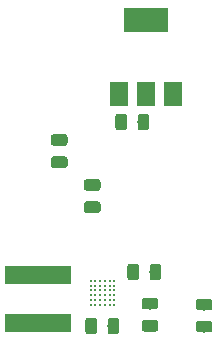
<source format=gbr>
G04 #@! TF.GenerationSoftware,KiCad,Pcbnew,5.1.1-8be2ce7~80~ubuntu18.10.1*
G04 #@! TF.CreationDate,2019-05-27T00:45:37+08:00*
G04 #@! TF.ProjectId,tas2562_dev_pcb,74617332-3536-4325-9f64-65765f706362,rev?*
G04 #@! TF.SameCoordinates,Original*
G04 #@! TF.FileFunction,Paste,Top*
G04 #@! TF.FilePolarity,Positive*
%FSLAX46Y46*%
G04 Gerber Fmt 4.6, Leading zero omitted, Abs format (unit mm)*
G04 Created by KiCad (PCBNEW 5.1.1-8be2ce7~80~ubuntu18.10.1) date 2019-05-27 00:45:37*
%MOMM*%
%LPD*%
G04 APERTURE LIST*
%ADD10C,0.230000*%
%ADD11C,0.100000*%
%ADD12C,0.975000*%
%ADD13R,3.800000X2.000000*%
%ADD14R,1.500000X2.000000*%
%ADD15R,5.600000X1.550000*%
G04 APERTURE END LIST*
D10*
X162400000Y-103600000D03*
X162000000Y-103600000D03*
X161600000Y-103600000D03*
X161200000Y-103600000D03*
X160800000Y-103600000D03*
X160400000Y-103600000D03*
X162400000Y-103200000D03*
X162000000Y-103200000D03*
X161600000Y-103200000D03*
X161200000Y-103200000D03*
X160800000Y-103200000D03*
X160400000Y-103200000D03*
X162400000Y-102800000D03*
X162000000Y-102800000D03*
X161600000Y-102800000D03*
X161200000Y-102800000D03*
X160800000Y-102800000D03*
X160400000Y-102800000D03*
X162400000Y-102400000D03*
X162000000Y-102400000D03*
X161600000Y-102400000D03*
X161200000Y-102400000D03*
X160800000Y-102400000D03*
X160400000Y-102400000D03*
X162400000Y-102000000D03*
X162000000Y-102000000D03*
X161600000Y-102000000D03*
X161200000Y-102000000D03*
X160800000Y-102000000D03*
X160400000Y-102000000D03*
X162400000Y-101600000D03*
X162000000Y-101600000D03*
X161600000Y-101600000D03*
X161200000Y-101600000D03*
X160800000Y-101600000D03*
X160400000Y-101600000D03*
D11*
G36*
X161008142Y-92985674D02*
G01*
X161031803Y-92989184D01*
X161055007Y-92994996D01*
X161077529Y-93003054D01*
X161099153Y-93013282D01*
X161119670Y-93025579D01*
X161138883Y-93039829D01*
X161156607Y-93055893D01*
X161172671Y-93073617D01*
X161186921Y-93092830D01*
X161199218Y-93113347D01*
X161209446Y-93134971D01*
X161217504Y-93157493D01*
X161223316Y-93180697D01*
X161226826Y-93204358D01*
X161228000Y-93228250D01*
X161228000Y-93715750D01*
X161226826Y-93739642D01*
X161223316Y-93763303D01*
X161217504Y-93786507D01*
X161209446Y-93809029D01*
X161199218Y-93830653D01*
X161186921Y-93851170D01*
X161172671Y-93870383D01*
X161156607Y-93888107D01*
X161138883Y-93904171D01*
X161119670Y-93918421D01*
X161099153Y-93930718D01*
X161077529Y-93940946D01*
X161055007Y-93949004D01*
X161031803Y-93954816D01*
X161008142Y-93958326D01*
X160984250Y-93959500D01*
X160071750Y-93959500D01*
X160047858Y-93958326D01*
X160024197Y-93954816D01*
X160000993Y-93949004D01*
X159978471Y-93940946D01*
X159956847Y-93930718D01*
X159936330Y-93918421D01*
X159917117Y-93904171D01*
X159899393Y-93888107D01*
X159883329Y-93870383D01*
X159869079Y-93851170D01*
X159856782Y-93830653D01*
X159846554Y-93809029D01*
X159838496Y-93786507D01*
X159832684Y-93763303D01*
X159829174Y-93739642D01*
X159828000Y-93715750D01*
X159828000Y-93228250D01*
X159829174Y-93204358D01*
X159832684Y-93180697D01*
X159838496Y-93157493D01*
X159846554Y-93134971D01*
X159856782Y-93113347D01*
X159869079Y-93092830D01*
X159883329Y-93073617D01*
X159899393Y-93055893D01*
X159917117Y-93039829D01*
X159936330Y-93025579D01*
X159956847Y-93013282D01*
X159978471Y-93003054D01*
X160000993Y-92994996D01*
X160024197Y-92989184D01*
X160047858Y-92985674D01*
X160071750Y-92984500D01*
X160984250Y-92984500D01*
X161008142Y-92985674D01*
X161008142Y-92985674D01*
G37*
D12*
X160528000Y-93472000D03*
D11*
G36*
X161008142Y-94860674D02*
G01*
X161031803Y-94864184D01*
X161055007Y-94869996D01*
X161077529Y-94878054D01*
X161099153Y-94888282D01*
X161119670Y-94900579D01*
X161138883Y-94914829D01*
X161156607Y-94930893D01*
X161172671Y-94948617D01*
X161186921Y-94967830D01*
X161199218Y-94988347D01*
X161209446Y-95009971D01*
X161217504Y-95032493D01*
X161223316Y-95055697D01*
X161226826Y-95079358D01*
X161228000Y-95103250D01*
X161228000Y-95590750D01*
X161226826Y-95614642D01*
X161223316Y-95638303D01*
X161217504Y-95661507D01*
X161209446Y-95684029D01*
X161199218Y-95705653D01*
X161186921Y-95726170D01*
X161172671Y-95745383D01*
X161156607Y-95763107D01*
X161138883Y-95779171D01*
X161119670Y-95793421D01*
X161099153Y-95805718D01*
X161077529Y-95815946D01*
X161055007Y-95824004D01*
X161031803Y-95829816D01*
X161008142Y-95833326D01*
X160984250Y-95834500D01*
X160071750Y-95834500D01*
X160047858Y-95833326D01*
X160024197Y-95829816D01*
X160000993Y-95824004D01*
X159978471Y-95815946D01*
X159956847Y-95805718D01*
X159936330Y-95793421D01*
X159917117Y-95779171D01*
X159899393Y-95763107D01*
X159883329Y-95745383D01*
X159869079Y-95726170D01*
X159856782Y-95705653D01*
X159846554Y-95684029D01*
X159838496Y-95661507D01*
X159832684Y-95638303D01*
X159829174Y-95614642D01*
X159828000Y-95590750D01*
X159828000Y-95103250D01*
X159829174Y-95079358D01*
X159832684Y-95055697D01*
X159838496Y-95032493D01*
X159846554Y-95009971D01*
X159856782Y-94988347D01*
X159869079Y-94967830D01*
X159883329Y-94948617D01*
X159899393Y-94930893D01*
X159917117Y-94914829D01*
X159936330Y-94900579D01*
X159956847Y-94888282D01*
X159978471Y-94878054D01*
X160000993Y-94869996D01*
X160024197Y-94864184D01*
X160047858Y-94860674D01*
X160071750Y-94859500D01*
X160984250Y-94859500D01*
X161008142Y-94860674D01*
X161008142Y-94860674D01*
G37*
D12*
X160528000Y-95347000D03*
D11*
G36*
X158214142Y-91050674D02*
G01*
X158237803Y-91054184D01*
X158261007Y-91059996D01*
X158283529Y-91068054D01*
X158305153Y-91078282D01*
X158325670Y-91090579D01*
X158344883Y-91104829D01*
X158362607Y-91120893D01*
X158378671Y-91138617D01*
X158392921Y-91157830D01*
X158405218Y-91178347D01*
X158415446Y-91199971D01*
X158423504Y-91222493D01*
X158429316Y-91245697D01*
X158432826Y-91269358D01*
X158434000Y-91293250D01*
X158434000Y-91780750D01*
X158432826Y-91804642D01*
X158429316Y-91828303D01*
X158423504Y-91851507D01*
X158415446Y-91874029D01*
X158405218Y-91895653D01*
X158392921Y-91916170D01*
X158378671Y-91935383D01*
X158362607Y-91953107D01*
X158344883Y-91969171D01*
X158325670Y-91983421D01*
X158305153Y-91995718D01*
X158283529Y-92005946D01*
X158261007Y-92014004D01*
X158237803Y-92019816D01*
X158214142Y-92023326D01*
X158190250Y-92024500D01*
X157277750Y-92024500D01*
X157253858Y-92023326D01*
X157230197Y-92019816D01*
X157206993Y-92014004D01*
X157184471Y-92005946D01*
X157162847Y-91995718D01*
X157142330Y-91983421D01*
X157123117Y-91969171D01*
X157105393Y-91953107D01*
X157089329Y-91935383D01*
X157075079Y-91916170D01*
X157062782Y-91895653D01*
X157052554Y-91874029D01*
X157044496Y-91851507D01*
X157038684Y-91828303D01*
X157035174Y-91804642D01*
X157034000Y-91780750D01*
X157034000Y-91293250D01*
X157035174Y-91269358D01*
X157038684Y-91245697D01*
X157044496Y-91222493D01*
X157052554Y-91199971D01*
X157062782Y-91178347D01*
X157075079Y-91157830D01*
X157089329Y-91138617D01*
X157105393Y-91120893D01*
X157123117Y-91104829D01*
X157142330Y-91090579D01*
X157162847Y-91078282D01*
X157184471Y-91068054D01*
X157206993Y-91059996D01*
X157230197Y-91054184D01*
X157253858Y-91050674D01*
X157277750Y-91049500D01*
X158190250Y-91049500D01*
X158214142Y-91050674D01*
X158214142Y-91050674D01*
G37*
D12*
X157734000Y-91537000D03*
D11*
G36*
X158214142Y-89175674D02*
G01*
X158237803Y-89179184D01*
X158261007Y-89184996D01*
X158283529Y-89193054D01*
X158305153Y-89203282D01*
X158325670Y-89215579D01*
X158344883Y-89229829D01*
X158362607Y-89245893D01*
X158378671Y-89263617D01*
X158392921Y-89282830D01*
X158405218Y-89303347D01*
X158415446Y-89324971D01*
X158423504Y-89347493D01*
X158429316Y-89370697D01*
X158432826Y-89394358D01*
X158434000Y-89418250D01*
X158434000Y-89905750D01*
X158432826Y-89929642D01*
X158429316Y-89953303D01*
X158423504Y-89976507D01*
X158415446Y-89999029D01*
X158405218Y-90020653D01*
X158392921Y-90041170D01*
X158378671Y-90060383D01*
X158362607Y-90078107D01*
X158344883Y-90094171D01*
X158325670Y-90108421D01*
X158305153Y-90120718D01*
X158283529Y-90130946D01*
X158261007Y-90139004D01*
X158237803Y-90144816D01*
X158214142Y-90148326D01*
X158190250Y-90149500D01*
X157277750Y-90149500D01*
X157253858Y-90148326D01*
X157230197Y-90144816D01*
X157206993Y-90139004D01*
X157184471Y-90130946D01*
X157162847Y-90120718D01*
X157142330Y-90108421D01*
X157123117Y-90094171D01*
X157105393Y-90078107D01*
X157089329Y-90060383D01*
X157075079Y-90041170D01*
X157062782Y-90020653D01*
X157052554Y-89999029D01*
X157044496Y-89976507D01*
X157038684Y-89953303D01*
X157035174Y-89929642D01*
X157034000Y-89905750D01*
X157034000Y-89418250D01*
X157035174Y-89394358D01*
X157038684Y-89370697D01*
X157044496Y-89347493D01*
X157052554Y-89324971D01*
X157062782Y-89303347D01*
X157075079Y-89282830D01*
X157089329Y-89263617D01*
X157105393Y-89245893D01*
X157123117Y-89229829D01*
X157142330Y-89215579D01*
X157162847Y-89203282D01*
X157184471Y-89193054D01*
X157206993Y-89184996D01*
X157230197Y-89179184D01*
X157253858Y-89175674D01*
X157277750Y-89174500D01*
X158190250Y-89174500D01*
X158214142Y-89175674D01*
X158214142Y-89175674D01*
G37*
D12*
X157734000Y-89662000D03*
D11*
G36*
X165113642Y-87439174D02*
G01*
X165137303Y-87442684D01*
X165160507Y-87448496D01*
X165183029Y-87456554D01*
X165204653Y-87466782D01*
X165225170Y-87479079D01*
X165244383Y-87493329D01*
X165262107Y-87509393D01*
X165278171Y-87527117D01*
X165292421Y-87546330D01*
X165304718Y-87566847D01*
X165314946Y-87588471D01*
X165323004Y-87610993D01*
X165328816Y-87634197D01*
X165332326Y-87657858D01*
X165333500Y-87681750D01*
X165333500Y-88594250D01*
X165332326Y-88618142D01*
X165328816Y-88641803D01*
X165323004Y-88665007D01*
X165314946Y-88687529D01*
X165304718Y-88709153D01*
X165292421Y-88729670D01*
X165278171Y-88748883D01*
X165262107Y-88766607D01*
X165244383Y-88782671D01*
X165225170Y-88796921D01*
X165204653Y-88809218D01*
X165183029Y-88819446D01*
X165160507Y-88827504D01*
X165137303Y-88833316D01*
X165113642Y-88836826D01*
X165089750Y-88838000D01*
X164602250Y-88838000D01*
X164578358Y-88836826D01*
X164554697Y-88833316D01*
X164531493Y-88827504D01*
X164508971Y-88819446D01*
X164487347Y-88809218D01*
X164466830Y-88796921D01*
X164447617Y-88782671D01*
X164429893Y-88766607D01*
X164413829Y-88748883D01*
X164399579Y-88729670D01*
X164387282Y-88709153D01*
X164377054Y-88687529D01*
X164368996Y-88665007D01*
X164363184Y-88641803D01*
X164359674Y-88618142D01*
X164358500Y-88594250D01*
X164358500Y-87681750D01*
X164359674Y-87657858D01*
X164363184Y-87634197D01*
X164368996Y-87610993D01*
X164377054Y-87588471D01*
X164387282Y-87566847D01*
X164399579Y-87546330D01*
X164413829Y-87527117D01*
X164429893Y-87509393D01*
X164447617Y-87493329D01*
X164466830Y-87479079D01*
X164487347Y-87466782D01*
X164508971Y-87456554D01*
X164531493Y-87448496D01*
X164554697Y-87442684D01*
X164578358Y-87439174D01*
X164602250Y-87438000D01*
X165089750Y-87438000D01*
X165113642Y-87439174D01*
X165113642Y-87439174D01*
G37*
D12*
X164846000Y-88138000D03*
D11*
G36*
X163238642Y-87439174D02*
G01*
X163262303Y-87442684D01*
X163285507Y-87448496D01*
X163308029Y-87456554D01*
X163329653Y-87466782D01*
X163350170Y-87479079D01*
X163369383Y-87493329D01*
X163387107Y-87509393D01*
X163403171Y-87527117D01*
X163417421Y-87546330D01*
X163429718Y-87566847D01*
X163439946Y-87588471D01*
X163448004Y-87610993D01*
X163453816Y-87634197D01*
X163457326Y-87657858D01*
X163458500Y-87681750D01*
X163458500Y-88594250D01*
X163457326Y-88618142D01*
X163453816Y-88641803D01*
X163448004Y-88665007D01*
X163439946Y-88687529D01*
X163429718Y-88709153D01*
X163417421Y-88729670D01*
X163403171Y-88748883D01*
X163387107Y-88766607D01*
X163369383Y-88782671D01*
X163350170Y-88796921D01*
X163329653Y-88809218D01*
X163308029Y-88819446D01*
X163285507Y-88827504D01*
X163262303Y-88833316D01*
X163238642Y-88836826D01*
X163214750Y-88838000D01*
X162727250Y-88838000D01*
X162703358Y-88836826D01*
X162679697Y-88833316D01*
X162656493Y-88827504D01*
X162633971Y-88819446D01*
X162612347Y-88809218D01*
X162591830Y-88796921D01*
X162572617Y-88782671D01*
X162554893Y-88766607D01*
X162538829Y-88748883D01*
X162524579Y-88729670D01*
X162512282Y-88709153D01*
X162502054Y-88687529D01*
X162493996Y-88665007D01*
X162488184Y-88641803D01*
X162484674Y-88618142D01*
X162483500Y-88594250D01*
X162483500Y-87681750D01*
X162484674Y-87657858D01*
X162488184Y-87634197D01*
X162493996Y-87610993D01*
X162502054Y-87588471D01*
X162512282Y-87566847D01*
X162524579Y-87546330D01*
X162538829Y-87527117D01*
X162554893Y-87509393D01*
X162572617Y-87493329D01*
X162591830Y-87479079D01*
X162612347Y-87466782D01*
X162633971Y-87456554D01*
X162656493Y-87448496D01*
X162679697Y-87442684D01*
X162703358Y-87439174D01*
X162727250Y-87438000D01*
X163214750Y-87438000D01*
X163238642Y-87439174D01*
X163238642Y-87439174D01*
G37*
D12*
X162971000Y-88138000D03*
D11*
G36*
X166129642Y-100139174D02*
G01*
X166153303Y-100142684D01*
X166176507Y-100148496D01*
X166199029Y-100156554D01*
X166220653Y-100166782D01*
X166241170Y-100179079D01*
X166260383Y-100193329D01*
X166278107Y-100209393D01*
X166294171Y-100227117D01*
X166308421Y-100246330D01*
X166320718Y-100266847D01*
X166330946Y-100288471D01*
X166339004Y-100310993D01*
X166344816Y-100334197D01*
X166348326Y-100357858D01*
X166349500Y-100381750D01*
X166349500Y-101294250D01*
X166348326Y-101318142D01*
X166344816Y-101341803D01*
X166339004Y-101365007D01*
X166330946Y-101387529D01*
X166320718Y-101409153D01*
X166308421Y-101429670D01*
X166294171Y-101448883D01*
X166278107Y-101466607D01*
X166260383Y-101482671D01*
X166241170Y-101496921D01*
X166220653Y-101509218D01*
X166199029Y-101519446D01*
X166176507Y-101527504D01*
X166153303Y-101533316D01*
X166129642Y-101536826D01*
X166105750Y-101538000D01*
X165618250Y-101538000D01*
X165594358Y-101536826D01*
X165570697Y-101533316D01*
X165547493Y-101527504D01*
X165524971Y-101519446D01*
X165503347Y-101509218D01*
X165482830Y-101496921D01*
X165463617Y-101482671D01*
X165445893Y-101466607D01*
X165429829Y-101448883D01*
X165415579Y-101429670D01*
X165403282Y-101409153D01*
X165393054Y-101387529D01*
X165384996Y-101365007D01*
X165379184Y-101341803D01*
X165375674Y-101318142D01*
X165374500Y-101294250D01*
X165374500Y-100381750D01*
X165375674Y-100357858D01*
X165379184Y-100334197D01*
X165384996Y-100310993D01*
X165393054Y-100288471D01*
X165403282Y-100266847D01*
X165415579Y-100246330D01*
X165429829Y-100227117D01*
X165445893Y-100209393D01*
X165463617Y-100193329D01*
X165482830Y-100179079D01*
X165503347Y-100166782D01*
X165524971Y-100156554D01*
X165547493Y-100148496D01*
X165570697Y-100142684D01*
X165594358Y-100139174D01*
X165618250Y-100138000D01*
X166105750Y-100138000D01*
X166129642Y-100139174D01*
X166129642Y-100139174D01*
G37*
D12*
X165862000Y-100838000D03*
D11*
G36*
X164254642Y-100139174D02*
G01*
X164278303Y-100142684D01*
X164301507Y-100148496D01*
X164324029Y-100156554D01*
X164345653Y-100166782D01*
X164366170Y-100179079D01*
X164385383Y-100193329D01*
X164403107Y-100209393D01*
X164419171Y-100227117D01*
X164433421Y-100246330D01*
X164445718Y-100266847D01*
X164455946Y-100288471D01*
X164464004Y-100310993D01*
X164469816Y-100334197D01*
X164473326Y-100357858D01*
X164474500Y-100381750D01*
X164474500Y-101294250D01*
X164473326Y-101318142D01*
X164469816Y-101341803D01*
X164464004Y-101365007D01*
X164455946Y-101387529D01*
X164445718Y-101409153D01*
X164433421Y-101429670D01*
X164419171Y-101448883D01*
X164403107Y-101466607D01*
X164385383Y-101482671D01*
X164366170Y-101496921D01*
X164345653Y-101509218D01*
X164324029Y-101519446D01*
X164301507Y-101527504D01*
X164278303Y-101533316D01*
X164254642Y-101536826D01*
X164230750Y-101538000D01*
X163743250Y-101538000D01*
X163719358Y-101536826D01*
X163695697Y-101533316D01*
X163672493Y-101527504D01*
X163649971Y-101519446D01*
X163628347Y-101509218D01*
X163607830Y-101496921D01*
X163588617Y-101482671D01*
X163570893Y-101466607D01*
X163554829Y-101448883D01*
X163540579Y-101429670D01*
X163528282Y-101409153D01*
X163518054Y-101387529D01*
X163509996Y-101365007D01*
X163504184Y-101341803D01*
X163500674Y-101318142D01*
X163499500Y-101294250D01*
X163499500Y-100381750D01*
X163500674Y-100357858D01*
X163504184Y-100334197D01*
X163509996Y-100310993D01*
X163518054Y-100288471D01*
X163528282Y-100266847D01*
X163540579Y-100246330D01*
X163554829Y-100227117D01*
X163570893Y-100209393D01*
X163588617Y-100193329D01*
X163607830Y-100179079D01*
X163628347Y-100166782D01*
X163649971Y-100156554D01*
X163672493Y-100148496D01*
X163695697Y-100142684D01*
X163719358Y-100139174D01*
X163743250Y-100138000D01*
X164230750Y-100138000D01*
X164254642Y-100139174D01*
X164254642Y-100139174D01*
G37*
D12*
X163987000Y-100838000D03*
D11*
G36*
X160698642Y-104711174D02*
G01*
X160722303Y-104714684D01*
X160745507Y-104720496D01*
X160768029Y-104728554D01*
X160789653Y-104738782D01*
X160810170Y-104751079D01*
X160829383Y-104765329D01*
X160847107Y-104781393D01*
X160863171Y-104799117D01*
X160877421Y-104818330D01*
X160889718Y-104838847D01*
X160899946Y-104860471D01*
X160908004Y-104882993D01*
X160913816Y-104906197D01*
X160917326Y-104929858D01*
X160918500Y-104953750D01*
X160918500Y-105866250D01*
X160917326Y-105890142D01*
X160913816Y-105913803D01*
X160908004Y-105937007D01*
X160899946Y-105959529D01*
X160889718Y-105981153D01*
X160877421Y-106001670D01*
X160863171Y-106020883D01*
X160847107Y-106038607D01*
X160829383Y-106054671D01*
X160810170Y-106068921D01*
X160789653Y-106081218D01*
X160768029Y-106091446D01*
X160745507Y-106099504D01*
X160722303Y-106105316D01*
X160698642Y-106108826D01*
X160674750Y-106110000D01*
X160187250Y-106110000D01*
X160163358Y-106108826D01*
X160139697Y-106105316D01*
X160116493Y-106099504D01*
X160093971Y-106091446D01*
X160072347Y-106081218D01*
X160051830Y-106068921D01*
X160032617Y-106054671D01*
X160014893Y-106038607D01*
X159998829Y-106020883D01*
X159984579Y-106001670D01*
X159972282Y-105981153D01*
X159962054Y-105959529D01*
X159953996Y-105937007D01*
X159948184Y-105913803D01*
X159944674Y-105890142D01*
X159943500Y-105866250D01*
X159943500Y-104953750D01*
X159944674Y-104929858D01*
X159948184Y-104906197D01*
X159953996Y-104882993D01*
X159962054Y-104860471D01*
X159972282Y-104838847D01*
X159984579Y-104818330D01*
X159998829Y-104799117D01*
X160014893Y-104781393D01*
X160032617Y-104765329D01*
X160051830Y-104751079D01*
X160072347Y-104738782D01*
X160093971Y-104728554D01*
X160116493Y-104720496D01*
X160139697Y-104714684D01*
X160163358Y-104711174D01*
X160187250Y-104710000D01*
X160674750Y-104710000D01*
X160698642Y-104711174D01*
X160698642Y-104711174D01*
G37*
D12*
X160431000Y-105410000D03*
D11*
G36*
X162573642Y-104711174D02*
G01*
X162597303Y-104714684D01*
X162620507Y-104720496D01*
X162643029Y-104728554D01*
X162664653Y-104738782D01*
X162685170Y-104751079D01*
X162704383Y-104765329D01*
X162722107Y-104781393D01*
X162738171Y-104799117D01*
X162752421Y-104818330D01*
X162764718Y-104838847D01*
X162774946Y-104860471D01*
X162783004Y-104882993D01*
X162788816Y-104906197D01*
X162792326Y-104929858D01*
X162793500Y-104953750D01*
X162793500Y-105866250D01*
X162792326Y-105890142D01*
X162788816Y-105913803D01*
X162783004Y-105937007D01*
X162774946Y-105959529D01*
X162764718Y-105981153D01*
X162752421Y-106001670D01*
X162738171Y-106020883D01*
X162722107Y-106038607D01*
X162704383Y-106054671D01*
X162685170Y-106068921D01*
X162664653Y-106081218D01*
X162643029Y-106091446D01*
X162620507Y-106099504D01*
X162597303Y-106105316D01*
X162573642Y-106108826D01*
X162549750Y-106110000D01*
X162062250Y-106110000D01*
X162038358Y-106108826D01*
X162014697Y-106105316D01*
X161991493Y-106099504D01*
X161968971Y-106091446D01*
X161947347Y-106081218D01*
X161926830Y-106068921D01*
X161907617Y-106054671D01*
X161889893Y-106038607D01*
X161873829Y-106020883D01*
X161859579Y-106001670D01*
X161847282Y-105981153D01*
X161837054Y-105959529D01*
X161828996Y-105937007D01*
X161823184Y-105913803D01*
X161819674Y-105890142D01*
X161818500Y-105866250D01*
X161818500Y-104953750D01*
X161819674Y-104929858D01*
X161823184Y-104906197D01*
X161828996Y-104882993D01*
X161837054Y-104860471D01*
X161847282Y-104838847D01*
X161859579Y-104818330D01*
X161873829Y-104799117D01*
X161889893Y-104781393D01*
X161907617Y-104765329D01*
X161926830Y-104751079D01*
X161947347Y-104738782D01*
X161968971Y-104728554D01*
X161991493Y-104720496D01*
X162014697Y-104714684D01*
X162038358Y-104711174D01*
X162062250Y-104710000D01*
X162549750Y-104710000D01*
X162573642Y-104711174D01*
X162573642Y-104711174D01*
G37*
D12*
X162306000Y-105410000D03*
D11*
G36*
X170480142Y-104988674D02*
G01*
X170503803Y-104992184D01*
X170527007Y-104997996D01*
X170549529Y-105006054D01*
X170571153Y-105016282D01*
X170591670Y-105028579D01*
X170610883Y-105042829D01*
X170628607Y-105058893D01*
X170644671Y-105076617D01*
X170658921Y-105095830D01*
X170671218Y-105116347D01*
X170681446Y-105137971D01*
X170689504Y-105160493D01*
X170695316Y-105183697D01*
X170698826Y-105207358D01*
X170700000Y-105231250D01*
X170700000Y-105718750D01*
X170698826Y-105742642D01*
X170695316Y-105766303D01*
X170689504Y-105789507D01*
X170681446Y-105812029D01*
X170671218Y-105833653D01*
X170658921Y-105854170D01*
X170644671Y-105873383D01*
X170628607Y-105891107D01*
X170610883Y-105907171D01*
X170591670Y-105921421D01*
X170571153Y-105933718D01*
X170549529Y-105943946D01*
X170527007Y-105952004D01*
X170503803Y-105957816D01*
X170480142Y-105961326D01*
X170456250Y-105962500D01*
X169543750Y-105962500D01*
X169519858Y-105961326D01*
X169496197Y-105957816D01*
X169472993Y-105952004D01*
X169450471Y-105943946D01*
X169428847Y-105933718D01*
X169408330Y-105921421D01*
X169389117Y-105907171D01*
X169371393Y-105891107D01*
X169355329Y-105873383D01*
X169341079Y-105854170D01*
X169328782Y-105833653D01*
X169318554Y-105812029D01*
X169310496Y-105789507D01*
X169304684Y-105766303D01*
X169301174Y-105742642D01*
X169300000Y-105718750D01*
X169300000Y-105231250D01*
X169301174Y-105207358D01*
X169304684Y-105183697D01*
X169310496Y-105160493D01*
X169318554Y-105137971D01*
X169328782Y-105116347D01*
X169341079Y-105095830D01*
X169355329Y-105076617D01*
X169371393Y-105058893D01*
X169389117Y-105042829D01*
X169408330Y-105028579D01*
X169428847Y-105016282D01*
X169450471Y-105006054D01*
X169472993Y-104997996D01*
X169496197Y-104992184D01*
X169519858Y-104988674D01*
X169543750Y-104987500D01*
X170456250Y-104987500D01*
X170480142Y-104988674D01*
X170480142Y-104988674D01*
G37*
D12*
X170000000Y-105475000D03*
D11*
G36*
X170480142Y-103113674D02*
G01*
X170503803Y-103117184D01*
X170527007Y-103122996D01*
X170549529Y-103131054D01*
X170571153Y-103141282D01*
X170591670Y-103153579D01*
X170610883Y-103167829D01*
X170628607Y-103183893D01*
X170644671Y-103201617D01*
X170658921Y-103220830D01*
X170671218Y-103241347D01*
X170681446Y-103262971D01*
X170689504Y-103285493D01*
X170695316Y-103308697D01*
X170698826Y-103332358D01*
X170700000Y-103356250D01*
X170700000Y-103843750D01*
X170698826Y-103867642D01*
X170695316Y-103891303D01*
X170689504Y-103914507D01*
X170681446Y-103937029D01*
X170671218Y-103958653D01*
X170658921Y-103979170D01*
X170644671Y-103998383D01*
X170628607Y-104016107D01*
X170610883Y-104032171D01*
X170591670Y-104046421D01*
X170571153Y-104058718D01*
X170549529Y-104068946D01*
X170527007Y-104077004D01*
X170503803Y-104082816D01*
X170480142Y-104086326D01*
X170456250Y-104087500D01*
X169543750Y-104087500D01*
X169519858Y-104086326D01*
X169496197Y-104082816D01*
X169472993Y-104077004D01*
X169450471Y-104068946D01*
X169428847Y-104058718D01*
X169408330Y-104046421D01*
X169389117Y-104032171D01*
X169371393Y-104016107D01*
X169355329Y-103998383D01*
X169341079Y-103979170D01*
X169328782Y-103958653D01*
X169318554Y-103937029D01*
X169310496Y-103914507D01*
X169304684Y-103891303D01*
X169301174Y-103867642D01*
X169300000Y-103843750D01*
X169300000Y-103356250D01*
X169301174Y-103332358D01*
X169304684Y-103308697D01*
X169310496Y-103285493D01*
X169318554Y-103262971D01*
X169328782Y-103241347D01*
X169341079Y-103220830D01*
X169355329Y-103201617D01*
X169371393Y-103183893D01*
X169389117Y-103167829D01*
X169408330Y-103153579D01*
X169428847Y-103141282D01*
X169450471Y-103131054D01*
X169472993Y-103122996D01*
X169496197Y-103117184D01*
X169519858Y-103113674D01*
X169543750Y-103112500D01*
X170456250Y-103112500D01*
X170480142Y-103113674D01*
X170480142Y-103113674D01*
G37*
D12*
X170000000Y-103600000D03*
D11*
G36*
X165880142Y-104913674D02*
G01*
X165903803Y-104917184D01*
X165927007Y-104922996D01*
X165949529Y-104931054D01*
X165971153Y-104941282D01*
X165991670Y-104953579D01*
X166010883Y-104967829D01*
X166028607Y-104983893D01*
X166044671Y-105001617D01*
X166058921Y-105020830D01*
X166071218Y-105041347D01*
X166081446Y-105062971D01*
X166089504Y-105085493D01*
X166095316Y-105108697D01*
X166098826Y-105132358D01*
X166100000Y-105156250D01*
X166100000Y-105643750D01*
X166098826Y-105667642D01*
X166095316Y-105691303D01*
X166089504Y-105714507D01*
X166081446Y-105737029D01*
X166071218Y-105758653D01*
X166058921Y-105779170D01*
X166044671Y-105798383D01*
X166028607Y-105816107D01*
X166010883Y-105832171D01*
X165991670Y-105846421D01*
X165971153Y-105858718D01*
X165949529Y-105868946D01*
X165927007Y-105877004D01*
X165903803Y-105882816D01*
X165880142Y-105886326D01*
X165856250Y-105887500D01*
X164943750Y-105887500D01*
X164919858Y-105886326D01*
X164896197Y-105882816D01*
X164872993Y-105877004D01*
X164850471Y-105868946D01*
X164828847Y-105858718D01*
X164808330Y-105846421D01*
X164789117Y-105832171D01*
X164771393Y-105816107D01*
X164755329Y-105798383D01*
X164741079Y-105779170D01*
X164728782Y-105758653D01*
X164718554Y-105737029D01*
X164710496Y-105714507D01*
X164704684Y-105691303D01*
X164701174Y-105667642D01*
X164700000Y-105643750D01*
X164700000Y-105156250D01*
X164701174Y-105132358D01*
X164704684Y-105108697D01*
X164710496Y-105085493D01*
X164718554Y-105062971D01*
X164728782Y-105041347D01*
X164741079Y-105020830D01*
X164755329Y-105001617D01*
X164771393Y-104983893D01*
X164789117Y-104967829D01*
X164808330Y-104953579D01*
X164828847Y-104941282D01*
X164850471Y-104931054D01*
X164872993Y-104922996D01*
X164896197Y-104917184D01*
X164919858Y-104913674D01*
X164943750Y-104912500D01*
X165856250Y-104912500D01*
X165880142Y-104913674D01*
X165880142Y-104913674D01*
G37*
D12*
X165400000Y-105400000D03*
D11*
G36*
X165880142Y-103038674D02*
G01*
X165903803Y-103042184D01*
X165927007Y-103047996D01*
X165949529Y-103056054D01*
X165971153Y-103066282D01*
X165991670Y-103078579D01*
X166010883Y-103092829D01*
X166028607Y-103108893D01*
X166044671Y-103126617D01*
X166058921Y-103145830D01*
X166071218Y-103166347D01*
X166081446Y-103187971D01*
X166089504Y-103210493D01*
X166095316Y-103233697D01*
X166098826Y-103257358D01*
X166100000Y-103281250D01*
X166100000Y-103768750D01*
X166098826Y-103792642D01*
X166095316Y-103816303D01*
X166089504Y-103839507D01*
X166081446Y-103862029D01*
X166071218Y-103883653D01*
X166058921Y-103904170D01*
X166044671Y-103923383D01*
X166028607Y-103941107D01*
X166010883Y-103957171D01*
X165991670Y-103971421D01*
X165971153Y-103983718D01*
X165949529Y-103993946D01*
X165927007Y-104002004D01*
X165903803Y-104007816D01*
X165880142Y-104011326D01*
X165856250Y-104012500D01*
X164943750Y-104012500D01*
X164919858Y-104011326D01*
X164896197Y-104007816D01*
X164872993Y-104002004D01*
X164850471Y-103993946D01*
X164828847Y-103983718D01*
X164808330Y-103971421D01*
X164789117Y-103957171D01*
X164771393Y-103941107D01*
X164755329Y-103923383D01*
X164741079Y-103904170D01*
X164728782Y-103883653D01*
X164718554Y-103862029D01*
X164710496Y-103839507D01*
X164704684Y-103816303D01*
X164701174Y-103792642D01*
X164700000Y-103768750D01*
X164700000Y-103281250D01*
X164701174Y-103257358D01*
X164704684Y-103233697D01*
X164710496Y-103210493D01*
X164718554Y-103187971D01*
X164728782Y-103166347D01*
X164741079Y-103145830D01*
X164755329Y-103126617D01*
X164771393Y-103108893D01*
X164789117Y-103092829D01*
X164808330Y-103078579D01*
X164828847Y-103066282D01*
X164850471Y-103056054D01*
X164872993Y-103047996D01*
X164896197Y-103042184D01*
X164919858Y-103038674D01*
X164943750Y-103037500D01*
X165856250Y-103037500D01*
X165880142Y-103038674D01*
X165880142Y-103038674D01*
G37*
D12*
X165400000Y-103525000D03*
D13*
X165100000Y-79502000D03*
D14*
X165100000Y-85802000D03*
X167400000Y-85802000D03*
X162800000Y-85802000D03*
D15*
X155956000Y-101120000D03*
X155956000Y-105120000D03*
M02*

</source>
